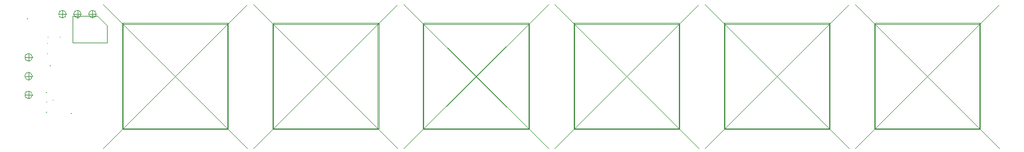
<source format=gbr>
%TF.GenerationSoftware,KiCad,Pcbnew,9.0.0*%
%TF.CreationDate,2025-03-31T12:11:15+01:00*%
%TF.ProjectId,vm_keycap_button_row_0.2,766d5f6b-6579-4636-9170-5f627574746f,v0.2*%
%TF.SameCoordinates,PX876bf80PY47868c0*%
%TF.FileFunction,AssemblyDrawing,Top*%
%FSLAX45Y45*%
G04 Gerber Fmt 4.5, Leading zero omitted, Abs format (unit mm)*
G04 Created by KiCad (PCBNEW 9.0.0) date 2025-03-31 12:11:15*
%MOMM*%
%LPD*%
G01*
G04 APERTURE LIST*
%ADD10C,0.100000*%
%ADD11C,0.120000*%
%ADD12C,0.060000*%
G04 APERTURE END LIST*
D10*
%TO.C,GS5*%
X-5550000Y825000D02*
X-5450000Y825000D01*
X-5500000Y875000D02*
X-5500000Y775000D01*
X-5450000Y825000D02*
G75*
G02*
X-5550000Y825000I-50000J0D01*
G01*
X-5550000Y825000D02*
G75*
G02*
X-5450000Y825000I50000J0D01*
G01*
%TO.C,GS3*%
X-6400000Y250000D02*
X-6300000Y250000D01*
X-6350000Y300000D02*
X-6350000Y200000D01*
X-6300000Y250000D02*
G75*
G02*
X-6400000Y250000I-50000J0D01*
G01*
X-6400000Y250000D02*
G75*
G02*
X-6300000Y250000I50000J0D01*
G01*
X2895000Y700000D02*
X2895000Y-700000D01*
X2905000Y-700000D02*
G75*
G02*
X2895000Y-700000I-5000J0D01*
G01*
X2905000Y-700000D02*
X2905000Y700000D01*
X2905000Y700000D02*
G75*
G03*
X2895000Y700000I-5000J0D01*
G01*
X2900000Y-705000D02*
X4300000Y-705000D01*
X4300000Y-695000D02*
G75*
G02*
X4300000Y-705000I0J-5000D01*
G01*
X4300000Y-695000D02*
X2900000Y-695000D01*
X2900000Y-695000D02*
G75*
G03*
X2900000Y-705000I0J-5000D01*
G01*
X4300000Y705000D02*
X2900000Y705000D01*
X2900000Y695000D02*
G75*
G02*
X2900000Y705000I0J5000D01*
G01*
X2900000Y695000D02*
X4300000Y695000D01*
X4300000Y695000D02*
G75*
G03*
X4300000Y705000I0J5000D01*
G01*
X4305000Y-700000D02*
X4305000Y700000D01*
X4295000Y700000D02*
G75*
G02*
X4305000Y700000I5000J0D01*
G01*
X4295000Y700000D02*
X4295000Y-700000D01*
X4295000Y-700000D02*
G75*
G03*
X4305000Y-700000I5000J0D01*
G01*
D11*
%TO.C,J1*%
X-5768100Y799060D02*
X-5437900Y799060D01*
X-5768100Y443460D02*
X-5768100Y799060D01*
X-5437900Y799060D02*
X-5310900Y672060D01*
X-5310900Y672060D02*
X-5310900Y443460D01*
X-5310900Y443460D02*
X-5768100Y443460D01*
D12*
%TO.C,R7*%
X-5927000Y520000D02*
G75*
G02*
X-5933000Y520000I-3000J0D01*
G01*
X-5933000Y520000D02*
G75*
G02*
X-5927000Y520000I3000J0D01*
G01*
D10*
X-5105000Y700000D02*
X-5105000Y-700000D01*
X-5095000Y-700000D02*
G75*
G02*
X-5105000Y-700000I-5000J0D01*
G01*
X-5095000Y-700000D02*
X-5095000Y700000D01*
X-5095000Y700000D02*
G75*
G03*
X-5105000Y700000I-5000J0D01*
G01*
X-5100000Y-705000D02*
X-3700000Y-705000D01*
X-3700000Y-695000D02*
G75*
G02*
X-3700000Y-705000I0J-5000D01*
G01*
X-3700000Y-695000D02*
X-5100000Y-695000D01*
X-5100000Y-695000D02*
G75*
G03*
X-5100000Y-705000I0J-5000D01*
G01*
X-3700000Y705000D02*
X-5100000Y705000D01*
X-5100000Y695000D02*
G75*
G02*
X-5100000Y705000I0J5000D01*
G01*
X-5100000Y695000D02*
X-3700000Y695000D01*
X-3700000Y695000D02*
G75*
G03*
X-3700000Y705000I0J5000D01*
G01*
X-3695000Y-700000D02*
X-3695000Y700000D01*
X-3705000Y700000D02*
G75*
G02*
X-3695000Y700000I5000J0D01*
G01*
X-3705000Y700000D02*
X-3705000Y-700000D01*
X-3705000Y-700000D02*
G75*
G03*
X-3695000Y-700000I5000J0D01*
G01*
%TO.C,GS4*%
X-5750000Y825000D02*
X-5650000Y825000D01*
X-5700000Y875000D02*
X-5700000Y775000D01*
X-5650000Y825000D02*
G75*
G02*
X-5750000Y825000I-50000J0D01*
G01*
X-5750000Y825000D02*
G75*
G02*
X-5650000Y825000I50000J0D01*
G01*
X4895000Y700000D02*
X4895000Y-700000D01*
X4905000Y-700000D02*
G75*
G02*
X4895000Y-700000I-5000J0D01*
G01*
X4905000Y-700000D02*
X4905000Y700000D01*
X4905000Y700000D02*
G75*
G03*
X4895000Y700000I-5000J0D01*
G01*
X4900000Y-705000D02*
X6300000Y-705000D01*
X6300000Y-695000D02*
G75*
G02*
X6300000Y-705000I0J-5000D01*
G01*
X6300000Y-695000D02*
X4900000Y-695000D01*
X4900000Y-695000D02*
G75*
G03*
X4900000Y-705000I0J-5000D01*
G01*
X6300000Y705000D02*
X4900000Y705000D01*
X4900000Y695000D02*
G75*
G02*
X4900000Y705000I0J5000D01*
G01*
X4900000Y695000D02*
X6300000Y695000D01*
X6300000Y695000D02*
G75*
G03*
X6300000Y705000I0J5000D01*
G01*
X6305000Y-700000D02*
X6305000Y700000D01*
X6295000Y700000D02*
G75*
G02*
X6305000Y700000I5000J0D01*
G01*
X6295000Y700000D02*
X6295000Y-700000D01*
X6295000Y-700000D02*
G75*
G03*
X6305000Y-700000I5000J0D01*
G01*
D12*
%TO.C,U2*%
X-6057000Y137000D02*
G75*
G02*
X-6063000Y137000I-3000J0D01*
G01*
X-6063000Y137000D02*
G75*
G02*
X-6057000Y137000I3000J0D01*
G01*
D10*
%TO.C,GS6*%
X-5950000Y825000D02*
X-5850000Y825000D01*
X-5900000Y875000D02*
X-5900000Y775000D01*
X-5850000Y825000D02*
G75*
G02*
X-5950000Y825000I-50000J0D01*
G01*
X-5950000Y825000D02*
G75*
G02*
X-5850000Y825000I50000J0D01*
G01*
D12*
%TO.C,D1*%
X-6107000Y-480000D02*
G75*
G02*
X-6113000Y-480000I-3000J0D01*
G01*
X-6113000Y-480000D02*
G75*
G02*
X-6107000Y-480000I3000J0D01*
G01*
%TO.C,R6*%
X-6087000Y520000D02*
G75*
G02*
X-6093000Y520000I-3000J0D01*
G01*
X-6093000Y520000D02*
G75*
G02*
X-6087000Y520000I3000J0D01*
G01*
%TO.C,C3*%
X-6107000Y-220000D02*
G75*
G02*
X-6113000Y-220000I-3000J0D01*
G01*
X-6113000Y-220000D02*
G75*
G02*
X-6107000Y-220000I3000J0D01*
G01*
%TO.C,U1*%
X-6020000Y-320000D02*
G75*
G02*
X-6026000Y-320000I-3000J0D01*
G01*
X-6026000Y-320000D02*
G75*
G02*
X-6020000Y-320000I3000J0D01*
G01*
D10*
X895000Y700000D02*
X895000Y-700000D01*
X905000Y-700000D02*
G75*
G02*
X895000Y-700000I-5000J0D01*
G01*
X905000Y-700000D02*
X905000Y700000D01*
X905000Y700000D02*
G75*
G03*
X895000Y700000I-5000J0D01*
G01*
X900000Y-705000D02*
X2300000Y-705000D01*
X2300000Y-695000D02*
G75*
G02*
X2300000Y-705000I0J-5000D01*
G01*
X2300000Y-695000D02*
X900000Y-695000D01*
X900000Y-695000D02*
G75*
G03*
X900000Y-705000I0J-5000D01*
G01*
X2300000Y705000D02*
X900000Y705000D01*
X900000Y695000D02*
G75*
G02*
X900000Y705000I0J5000D01*
G01*
X900000Y695000D02*
X2300000Y695000D01*
X2300000Y695000D02*
G75*
G03*
X2300000Y705000I0J5000D01*
G01*
X2305000Y-700000D02*
X2305000Y700000D01*
X2295000Y700000D02*
G75*
G02*
X2305000Y700000I5000J0D01*
G01*
X2295000Y700000D02*
X2295000Y-700000D01*
X2295000Y-700000D02*
G75*
G03*
X2305000Y-700000I5000J0D01*
G01*
X-1105000Y700000D02*
X-1105000Y-700000D01*
X-1095000Y-700000D02*
G75*
G02*
X-1105000Y-700000I-5000J0D01*
G01*
X-1095000Y-700000D02*
X-1095000Y700000D01*
X-1095000Y700000D02*
G75*
G03*
X-1105000Y700000I-5000J0D01*
G01*
X-1100000Y-705000D02*
X300000Y-705000D01*
X300000Y-695000D02*
G75*
G02*
X300000Y-705000I0J-5000D01*
G01*
X300000Y-695000D02*
X-1100000Y-695000D01*
X-1100000Y-695000D02*
G75*
G03*
X-1100000Y-705000I0J-5000D01*
G01*
X300000Y705000D02*
X-1100000Y705000D01*
X-1100000Y695000D02*
G75*
G02*
X-1100000Y705000I0J5000D01*
G01*
X-1100000Y695000D02*
X300000Y695000D01*
X300000Y695000D02*
G75*
G03*
X300000Y705000I0J5000D01*
G01*
X305000Y-700000D02*
X305000Y700000D01*
X295000Y700000D02*
G75*
G02*
X305000Y700000I5000J0D01*
G01*
X295000Y700000D02*
X295000Y-700000D01*
X295000Y-700000D02*
G75*
G03*
X305000Y-700000I5000J0D01*
G01*
%TO.C,GS2*%
X-6400000Y-250000D02*
X-6300000Y-250000D01*
X-6350000Y-200000D02*
X-6350000Y-300000D01*
X-6300000Y-250000D02*
G75*
G02*
X-6400000Y-250000I-50000J0D01*
G01*
X-6400000Y-250000D02*
G75*
G02*
X-6300000Y-250000I50000J0D01*
G01*
X-3105000Y700000D02*
X-3105000Y-700000D01*
X-3095000Y-700000D02*
G75*
G02*
X-3105000Y-700000I-5000J0D01*
G01*
X-3095000Y-700000D02*
X-3095000Y700000D01*
X-3095000Y700000D02*
G75*
G03*
X-3105000Y700000I-5000J0D01*
G01*
X-3100000Y-705000D02*
X-1700000Y-705000D01*
X-1700000Y-695000D02*
G75*
G02*
X-1700000Y-705000I0J-5000D01*
G01*
X-1700000Y-695000D02*
X-3100000Y-695000D01*
X-3100000Y-695000D02*
G75*
G03*
X-3100000Y-705000I0J-5000D01*
G01*
X-1700000Y705000D02*
X-3100000Y705000D01*
X-3100000Y695000D02*
G75*
G02*
X-3100000Y705000I0J5000D01*
G01*
X-3100000Y695000D02*
X-1700000Y695000D01*
X-1700000Y695000D02*
G75*
G03*
X-1700000Y705000I0J5000D01*
G01*
X-1695000Y-700000D02*
X-1695000Y700000D01*
X-1705000Y700000D02*
G75*
G02*
X-1695000Y700000I5000J0D01*
G01*
X-1705000Y700000D02*
X-1705000Y-700000D01*
X-1705000Y-700000D02*
G75*
G03*
X-1695000Y-700000I5000J0D01*
G01*
D12*
%TO.C,R5*%
X-6097000Y430000D02*
G75*
G02*
X-6103000Y430000I-3000J0D01*
G01*
X-6103000Y430000D02*
G75*
G02*
X-6097000Y430000I3000J0D01*
G01*
%TO.C,C1*%
X-5777000Y-500000D02*
G75*
G02*
X-5783000Y-500000I-3000J0D01*
G01*
X-5783000Y-500000D02*
G75*
G02*
X-5777000Y-500000I3000J0D01*
G01*
D10*
%TO.C,GS1*%
X-6400000Y0D02*
X-6300000Y0D01*
X-6350000Y50000D02*
X-6350000Y-50000D01*
X-6300000Y0D02*
G75*
G02*
X-6400000Y0I-50000J0D01*
G01*
X-6400000Y0D02*
G75*
G02*
X-6300000Y0I50000J0D01*
G01*
D12*
%TO.C,C2*%
X-6097000Y300000D02*
G75*
G02*
X-6103000Y300000I-3000J0D01*
G01*
X-6103000Y300000D02*
G75*
G02*
X-6097000Y300000I3000J0D01*
G01*
%TO.C,R1*%
X-6107000Y-350000D02*
G75*
G02*
X-6113000Y-350000I-3000J0D01*
G01*
X-6113000Y-350000D02*
G75*
G02*
X-6107000Y-350000I3000J0D01*
G01*
%TO.C,D2*%
X-6362000Y762000D02*
G75*
G02*
X-6368000Y762000I-3000J0D01*
G01*
X-6368000Y762000D02*
G75*
G02*
X-6362000Y762000I3000J0D01*
G01*
%TD*%
D10*
X2642500Y957500D02*
X4557500Y-957500D01*
X2642500Y-957500D02*
X4557500Y957500D01*
X-5357500Y957500D02*
X-3442500Y-957500D01*
X-5357500Y-957500D02*
X-3442500Y957500D01*
X4642500Y957500D02*
X6557500Y-957500D01*
X4642500Y-957500D02*
X6557500Y957500D01*
X642500Y957500D02*
X2557500Y-957500D01*
X642500Y-957500D02*
X2557500Y957500D01*
X-1357500Y957500D02*
X557500Y-957500D01*
X-1357500Y-957500D02*
X557500Y957500D01*
X-3357500Y957500D02*
X-1442500Y-957500D01*
X-3357500Y-957500D02*
X-1442500Y957500D01*
M02*

</source>
